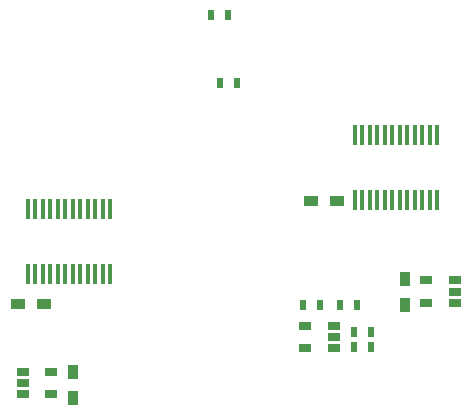
<source format=gbp>
G04 #@! TF.FileFunction,Paste,Bot*
%FSLAX46Y46*%
G04 Gerber Fmt 4.6, Leading zero omitted, Abs format (unit mm)*
G04 Created by KiCad (PCBNEW 4.0.1-stable) date 5/8/2017 10:12:06 PM*
%MOMM*%
G01*
G04 APERTURE LIST*
%ADD10C,0.100000*%
%ADD11R,0.381000X1.651000*%
%ADD12R,1.000000X0.700000*%
%ADD13R,1.200000X0.900000*%
%ADD14R,0.900000X1.200000*%
%ADD15R,0.500000X0.900000*%
G04 APERTURE END LIST*
D10*
D11*
X-19532600Y-304800D03*
X-18897600Y-304800D03*
X-18262600Y-304800D03*
X-17627600Y-304800D03*
X-16992600Y-304800D03*
X-16357600Y-304800D03*
X-15722600Y-304800D03*
X-15087600Y-304800D03*
X-14452600Y-304800D03*
X-13817600Y-304800D03*
X-13182600Y-304800D03*
X-12547600Y-304800D03*
X-12547600Y-5765800D03*
X-13182600Y-5765800D03*
X-13817600Y-5765800D03*
X-14452600Y-5765800D03*
X-15087600Y-5765800D03*
X-15722600Y-5765800D03*
X-16357600Y-5765800D03*
X-16992600Y-5765800D03*
X-17627600Y-5765800D03*
X-18262600Y-5765800D03*
X-18897600Y-5765800D03*
X-19532600Y-5765800D03*
X8174120Y5950220D03*
X8809120Y5950220D03*
X9444120Y5950220D03*
X10079120Y5950220D03*
X10714120Y5950220D03*
X11349120Y5950220D03*
X11984120Y5950220D03*
X12619120Y5950220D03*
X13254120Y5950220D03*
X13889120Y5950220D03*
X14524120Y5950220D03*
X15159120Y5950220D03*
X15159120Y489220D03*
X14524120Y489220D03*
X13889120Y489220D03*
X13254120Y489220D03*
X12619120Y489220D03*
X11984120Y489220D03*
X11349120Y489220D03*
X10714120Y489220D03*
X10079120Y489220D03*
X9444120Y489220D03*
X8809120Y489220D03*
X8174120Y489220D03*
D12*
X6375400Y-11130280D03*
X6375400Y-10180280D03*
X6375400Y-12080280D03*
X3975400Y-12080280D03*
X3975400Y-10180280D03*
X16611600Y-7292340D03*
X16611600Y-6342340D03*
X16611600Y-8242340D03*
X14211600Y-8242340D03*
X14211600Y-6342340D03*
X-19941540Y-15011400D03*
X-19941540Y-15961400D03*
X-19941540Y-14061400D03*
X-17541540Y-14061400D03*
X-17541540Y-15961400D03*
D13*
X-20327800Y-8356600D03*
X-18127800Y-8356600D03*
X6660800Y342400D03*
X4460800Y342400D03*
D14*
X-15679420Y-16299360D03*
X-15679420Y-14099360D03*
X12410440Y-6230440D03*
X12410440Y-8430440D03*
D15*
X-2546920Y16129000D03*
X-4046920Y16129000D03*
X-1790000Y10403840D03*
X-3290000Y10403840D03*
X8073960Y-11940540D03*
X9573960Y-11940540D03*
X5255960Y-8384540D03*
X3755960Y-8384540D03*
X9573960Y-10670540D03*
X8073960Y-10670540D03*
X8385240Y-8387080D03*
X6885240Y-8387080D03*
M02*

</source>
